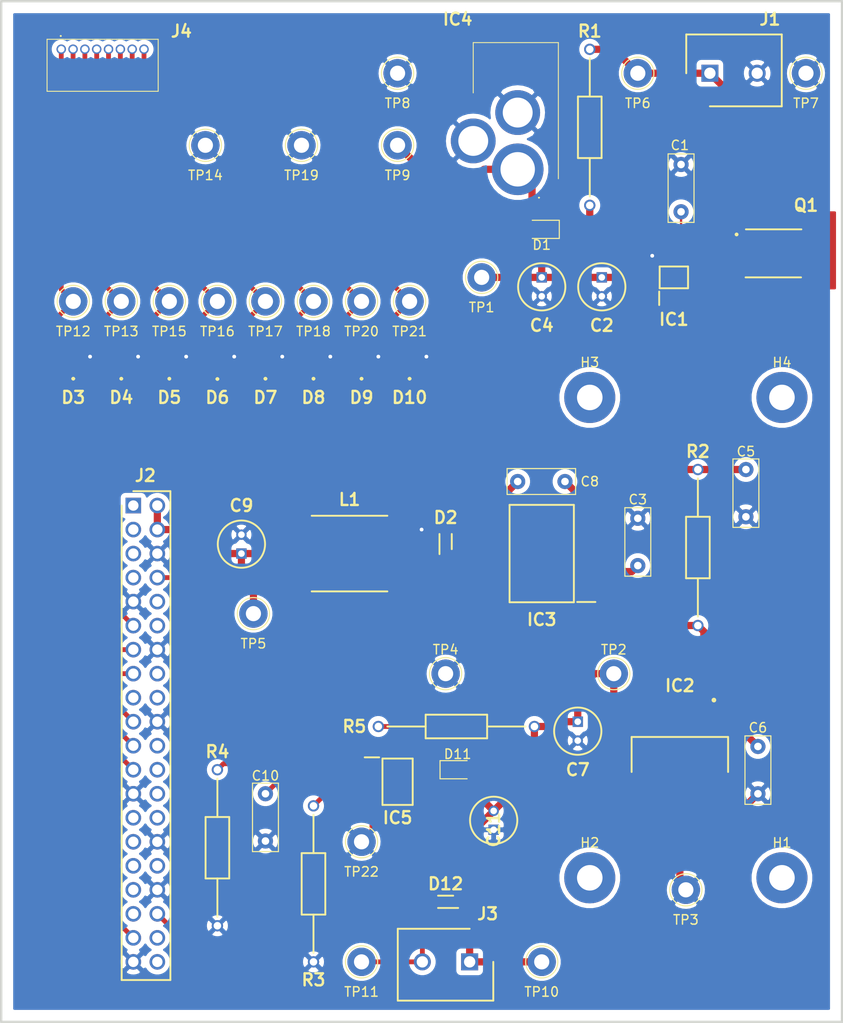
<source format=kicad_pcb>
(kicad_pcb (version 20171130) (host pcbnew "(5.1.10)-1")
  (layers (0 F.Cu signal) (31 B.Cu signal) (34 B.Paste user hide) (35 F.Paste user hide) (36 B.SilkS user hide) (37 F.SilkS user) (38 B.Mask user) (39 F.Mask user) (44 Edge.Cuts user))
  (net 0 "")
  (net 1 "Net-(C1-Pad2)")
  (net 2 GND)
  (net 3 "Net-(C2-Pad1)")
  (net 4 "Net-(C3-Pad1)")
  (net 5 "Net-(C5-Pad1)")
  (net 6 /Connectors/VS)
  (net 7 "Net-(C8-Pad2)")
  (net 8 /Connectors/5V_Reg)
  (net 9 "Net-(C10-Pad1)")
  (net 10 /Connectors/VCC)
  (net 11 "Net-(D2-Pad1)")
  (net 12 "Net-(D3-Pad1)")
  (net 13 "Net-(D4-Pad1)")
  (net 14 "Net-(D5-Pad1)")
  (net 15 "Net-(D6-Pad1)")
  (net 16 "Net-(D7-Pad1)")
  (net 17 "Net-(D8-Pad1)")
  (net 18 "Net-(D9-Pad1)")
  (net 19 "Net-(D10-Pad1)")
  (net 20 "Net-(D11-Pad2)")
  (net 21 "Net-(D11-Pad1)")
  (net 22 /Connectors/Control)
  (net 23 /Connectors/Rechargeable_Batteries)
  (net 24 "Net-(IC1-Pad2)")
  (net 25 "Net-(IC3-Pad6)")
  (net 26 "Net-(IC3-Pad5)")
  (net 27 "Net-(IC3-Pad4)")
  (net 28 /Connectors/Solenoid_Driver_Input)
  (net 29 "Net-(IC5-Pad3)")
  (net 30 "Net-(IC5-Pad1)")
  (net 31 "Net-(J2-Pad40)")
  (net 32 "Net-(J2-Pad38)")
  (net 33 "Net-(J2-Pad35)")
  (net 34 "Net-(J2-Pad33)")
  (net 35 "Net-(J2-Pad32)")
  (net 36 "Net-(J2-Pad31)")
  (net 37 "Net-(J2-Pad29)")
  (net 38 "Net-(J2-Pad28)")
  (net 39 "Net-(J2-Pad27)")
  (net 40 "Net-(J2-Pad26)")
  (net 41 "Net-(J2-Pad24)")
  (net 42 "Net-(J2-Pad22)")
  (net 43 "Net-(J2-Pad18)")
  (net 44 "Net-(J2-Pad17)")
  (net 45 "Net-(J2-Pad16)")
  (net 46 "Net-(J2-Pad12)")
  (net 47 "Net-(J2-Pad10)")
  (net 48 "Net-(J2-Pad7)")
  (net 49 "Net-(J2-Pad5)")
  (net 50 "Net-(J2-Pad3)")
  (net 51 "Net-(J2-Pad1)")
  (module MountingHole:MountingHole_2.7mm_M2.5_Pad (layer F.Cu) (at 177.8 85.09)
    (fp_text reference H4 (at 0 -3.7) (layer F.SilkS))
    (fp_text value MountingHole)
    (pad 1 thru_hole circle (at 0 0) (size 5.4 5.4) (drill 2.7) (layers *.Cu *.Mask))
  )
  (module MountingHole:MountingHole_2.7mm_M2.5_Pad (layer F.Cu) (at 157.48 85.09)
    (fp_text reference H3 (at 0 -3.7) (layer F.SilkS))
    (fp_text value MountingHole)
    (pad 1 thru_hole circle (at 0 0) (size 5.4 5.4) (drill 2.7) (layers *.Cu *.Mask))
  )
  (module MountingHole:MountingHole_2.7mm_M2.5_Pad (layer F.Cu) (at 157.48 135.89)
    (fp_text reference H2 (at 0 -3.7) (layer F.SilkS))
    (fp_text value MountingHole)
    (pad 1 thru_hole circle (at 0 0) (size 5.4 5.4) (drill 2.7) (layers *.Cu *.Mask))
  )
  (module MountingHole:MountingHole_2.7mm_M2.5_Pad (layer F.Cu) (at 177.8 135.89)
    (fp_text reference H1 (at 0 -3.7) (layer F.SilkS))
    (fp_text value MountingHole)
    (pad 1 thru_hole circle (at 0 0) (size 5.4 5.4) (drill 2.7) (layers *.Cu *.Mask))
  )
  (module Capstone:TO254P1542X460-3N (layer F.Cu) (at 167.005 125.095 270)
    (fp_text reference IC2 (at -9.525 0 180) (layer F.SilkS) (effects (font (size 1.27 1.27) (thickness 0.254))))
    (fp_text value L4940D2T12-TR hide)
    (pad 4 smd rect (at 4.1 0 270) (size 8.3 10.5) (layers F.Cu F.Paste F.Mask) (net 2 GND))
    (pad 3 smd rect (at -6.4 2.54) (size 1.05 3.75) (layers F.Cu F.Paste F.Mask) (net 6 /Connectors/VS))
    (pad 1 smd rect (at -6.4 -2.54) (size 1.05 3.75) (layers F.Cu F.Paste F.Mask) (net 3 "Net-(C2-Pad1)"))
  )
  (module Capstone:BSC026NE2LS5ATMA1 (layer F.Cu) (at 173.99 69.85 270)
    (fp_text reference Q1 (at -5.08 -6.35 180) (layer F.SilkS) (effects (font (size 1.27 1.27) (thickness 0.254))))
    (fp_text value BSC026NE2LS5ATMA1 hide)
    (pad 9 smd rect (at 0 -3.55) (size 3.75 4.41) (layers F.Cu F.Paste F.Mask) (net 3 "Net-(C2-Pad1)"))
    (pad 8 smd rect (at -1.905 -5.825 270) (size 0.6 0.8) (layers F.Cu F.Paste F.Mask) (net 3 "Net-(C2-Pad1)"))
    (pad 7 smd rect (at -0.635 -5.825 270) (size 0.6 0.8) (layers F.Cu F.Paste F.Mask) (net 3 "Net-(C2-Pad1)"))
    (pad 6 smd rect (at 0.635 -5.825 270) (size 0.6 0.8) (layers F.Cu F.Paste F.Mask) (net 3 "Net-(C2-Pad1)"))
    (pad 5 smd rect (at 1.905 -5.825 270) (size 0.6 0.8) (layers F.Cu F.Paste F.Mask) (net 3 "Net-(C2-Pad1)"))
    (pad 4 smd rect (at 1.905 0 270) (size 0.5 0.85) (layers F.Cu F.Paste F.Mask) (net 24 "Net-(IC1-Pad2)"))
    (pad 3 smd rect (at 0.635 0 270) (size 0.5 0.85) (layers F.Cu F.Paste F.Mask) (net 23 /Connectors/Rechargeable_Batteries))
    (pad 2 smd rect (at -0.635 0 270) (size 0.5 0.85) (layers F.Cu F.Paste F.Mask) (net 23 /Connectors/Rechargeable_Batteries))
    (pad 1 smd rect (at -1.905 0 270) (size 0.5 0.85) (layers F.Cu F.Paste F.Mask) (net 23 /Connectors/Rechargeable_Batteries))
  )
  (module Capstone:RESAD1650W60L650D250 (layer F.Cu) (at 135.128 119.888)
    (fp_text reference R5 (at -2.54 0) (layer F.SilkS) (effects (font (size 1.27 1.27) (thickness 0.254))))
    (fp_text value 5.6k hide)
    (pad 2 thru_hole circle (at 16.5 0) (size 1.2 1.2) (drill 0.8) (layers *.Cu *.Mask) (net 6 /Connectors/VS))
    (pad 1 thru_hole circle (at 0 0) (size 1.2 1.2) (drill 0.8) (layers *.Cu *.Mask) (net 20 "Net-(D11-Pad2)"))
  )
  (module Capstone:RESAD1650W60L650D250 (layer F.Cu) (at 118.11 124.46 270)
    (fp_text reference R4 (at -1.905 0 180) (layer F.SilkS) (effects (font (size 1.27 1.27) (thickness 0.254))))
    (fp_text value 137k hide)
    (pad 2 thru_hole circle (at 16.5 0 270) (size 1.2 1.2) (drill 0.8) (layers *.Cu *.Mask) (net 2 GND))
    (pad 1 thru_hole circle (at 0 0 270) (size 1.2 1.2) (drill 0.8) (layers *.Cu *.Mask) (net 30 "Net-(IC5-Pad1)"))
  )
  (module Capstone:RESAD1650W60L650D250 (layer F.Cu) (at 168.91 92.71 270)
    (fp_text reference R2 (at -1.905 0 180) (layer F.SilkS) (effects (font (size 1.27 1.27) (thickness 0.254))))
    (fp_text value 510k hide)
    (pad 2 thru_hole circle (at 16.5 0 270) (size 1.2 1.2) (drill 0.8) (layers *.Cu *.Mask) (net 3 "Net-(C2-Pad1)"))
    (pad 1 thru_hole circle (at 0 0 270) (size 1.2 1.2) (drill 0.8) (layers *.Cu *.Mask) (net 5 "Net-(C5-Pad1)"))
  )
  (module Capstone:RESAD1650W60L650D250 (layer F.Cu) (at 157.48 64.77 90)
    (fp_text reference R1 (at 18.415 0 180) (layer F.SilkS) (effects (font (size 1.27 1.27) (thickness 0.254))))
    (fp_text value 111 hide)
    (pad 2 thru_hole circle (at 16.5 0 90) (size 1.2 1.2) (drill 0.8) (layers *.Cu *.Mask) (net 23 /Connectors/Rechargeable_Batteries))
    (pad 1 thru_hole circle (at 0 0 90) (size 1.2 1.2) (drill 0.8) (layers *.Cu *.Mask) (net 3 "Net-(C2-Pad1)"))
  )
  (module TestPoint:TestPoint_Loop_D2.60mm_Drill1.6mm_Beaded (layer F.Cu) (at 133.35 132.08)
    (fp_text reference TP22 (at 0 3.175) (layer F.SilkS))
    (fp_text value "GND Driver")
    (pad 1 thru_hole circle (at 0 0) (size 3 3) (drill 1.6) (layers *.Cu *.Mask) (net 2 GND))
  )
  (module TestPoint:TestPoint_Loop_D2.60mm_Drill1.6mm_Beaded (layer F.Cu) (at 138.43 74.93)
    (fp_text reference TP21 (at 0 3.175) (layer F.SilkS))
    (fp_text value "Keypad 8")
    (pad 1 thru_hole circle (at 0 0) (size 3 3) (drill 1.6) (layers *.Cu *.Mask) (net 19 "Net-(D10-Pad1)"))
  )
  (module TestPoint:TestPoint_Loop_D2.60mm_Drill1.6mm_Beaded (layer F.Cu) (at 133.35 74.93)
    (fp_text reference TP20 (at 0 3.175) (layer F.SilkS))
    (fp_text value "Keypad 7")
    (pad 1 thru_hole circle (at 0 0) (size 3 3) (drill 1.6) (layers *.Cu *.Mask) (net 18 "Net-(D9-Pad1)"))
  )
  (module TestPoint:TestPoint_Loop_D2.60mm_Drill1.6mm_Beaded (layer F.Cu) (at 127 58.42)
    (fp_text reference TP19 (at 0 3.175) (layer F.SilkS))
    (fp_text value "GND Keypad")
    (pad 1 thru_hole circle (at 0 0) (size 3 3) (drill 1.6) (layers *.Cu *.Mask) (net 2 GND))
  )
  (module TestPoint:TestPoint_Loop_D2.60mm_Drill1.6mm_Beaded (layer F.Cu) (at 128.27 74.93)
    (fp_text reference TP18 (at 0 3.175) (layer F.SilkS))
    (fp_text value "Keypad 6")
    (pad 1 thru_hole circle (at 0 0) (size 3 3) (drill 1.6) (layers *.Cu *.Mask) (net 17 "Net-(D8-Pad1)"))
  )
  (module TestPoint:TestPoint_Loop_D2.60mm_Drill1.6mm_Beaded (layer F.Cu) (at 123.19 74.93)
    (fp_text reference TP17 (at 0 3.175) (layer F.SilkS))
    (fp_text value "Keypad 5")
    (pad 1 thru_hole circle (at 0 0) (size 3 3) (drill 1.6) (layers *.Cu *.Mask) (net 16 "Net-(D7-Pad1)"))
  )
  (module TestPoint:TestPoint_Loop_D2.60mm_Drill1.6mm_Beaded (layer F.Cu) (at 118.11 74.93)
    (fp_text reference TP16 (at 0 3.175) (layer F.SilkS))
    (fp_text value "Keypad 4")
    (pad 1 thru_hole circle (at 0 0) (size 3 3) (drill 1.6) (layers *.Cu *.Mask) (net 15 "Net-(D6-Pad1)"))
  )
  (module TestPoint:TestPoint_Loop_D2.60mm_Drill1.6mm_Beaded (layer F.Cu) (at 113.03 74.93)
    (fp_text reference TP15 (at 0 3.175) (layer F.SilkS))
    (fp_text value "Keypad 3")
    (pad 1 thru_hole circle (at 0 0) (size 3 3) (drill 1.6) (layers *.Cu *.Mask) (net 14 "Net-(D5-Pad1)"))
  )
  (module TestPoint:TestPoint_Loop_D2.60mm_Drill1.6mm_Beaded (layer F.Cu) (at 116.84 58.42)
    (fp_text reference TP14 (at 0 3.175) (layer F.SilkS))
    (fp_text value "GND Keypad")
    (pad 1 thru_hole circle (at 0 0) (size 3 3) (drill 1.6) (layers *.Cu *.Mask) (net 2 GND))
  )
  (module TestPoint:TestPoint_Loop_D2.60mm_Drill1.6mm_Beaded (layer F.Cu) (at 107.95 74.93)
    (fp_text reference TP13 (at 0 3.175) (layer F.SilkS))
    (fp_text value "Keypad 2")
    (pad 1 thru_hole circle (at 0 0) (size 3 3) (drill 1.6) (layers *.Cu *.Mask) (net 13 "Net-(D4-Pad1)"))
  )
  (module TestPoint:TestPoint_Loop_D2.60mm_Drill1.6mm_Beaded (layer F.Cu) (at 102.87 74.93)
    (fp_text reference TP12 (at 0 3.175) (layer F.SilkS))
    (fp_text value "Keypad 1")
    (pad 1 thru_hole circle (at 0 0) (size 3 3) (drill 1.6) (layers *.Cu *.Mask) (net 12 "Net-(D3-Pad1)"))
  )
  (module TestPoint:TestPoint_Loop_D2.60mm_Drill1.6mm_Beaded (layer F.Cu) (at 133.35 144.78)
    (fp_text reference TP11 (at 0 3.175) (layer F.SilkS))
    (fp_text value "TestPoint - Electric Strike Control")
    (pad 1 thru_hole circle (at 0 0) (size 3 3) (drill 1.6) (layers *.Cu *.Mask) (net 22 /Connectors/Control))
  )
  (module TestPoint:TestPoint_Loop_D2.60mm_Drill1.6mm_Beaded (layer F.Cu) (at 152.4 144.78)
    (fp_text reference TP10 (at 0 3.175) (layer F.SilkS))
    (fp_text value "TestPoint - Electric Strike VS")
    (pad 1 thru_hole circle (at 0 0) (size 3 3) (drill 1.6) (layers *.Cu *.Mask) (net 6 /Connectors/VS))
  )
  (module TestPoint:TestPoint_Loop_D2.60mm_Drill1.6mm_Beaded (layer F.Cu) (at 137.16 58.42)
    (fp_text reference TP9 (at 0 3.175) (layer F.SilkS))
    (fp_text value "TestPoint - Power Supply")
    (pad 1 thru_hole circle (at 0 0) (size 3 3) (drill 1.6) (layers *.Cu *.Mask) (net 10 /Connectors/VCC))
  )
  (module TestPoint:TestPoint_Loop_D2.60mm_Drill1.6mm_Beaded (layer F.Cu) (at 137.16 50.8)
    (fp_text reference TP8 (at 0 3.175) (layer F.SilkS))
    (fp_text value "TestPoint - GND VCC")
    (pad 1 thru_hole circle (at 0 0) (size 3 3) (drill 1.6) (layers *.Cu *.Mask) (net 2 GND))
  )
  (module TestPoint:TestPoint_Loop_D2.60mm_Drill1.6mm_Beaded (layer F.Cu) (at 180.34 50.8)
    (fp_text reference TP7 (at 0 3.175) (layer F.SilkS))
    (fp_text value "TestPoint - GND Rechargeable Batteries")
    (pad 1 thru_hole circle (at 0 0) (size 3 3) (drill 1.6) (layers *.Cu *.Mask) (net 2 GND))
  )
  (module TestPoint:TestPoint_Loop_D2.60mm_Drill1.6mm_Beaded (layer F.Cu) (at 162.56 50.8)
    (fp_text reference TP6 (at 0 3.175) (layer F.SilkS))
    (fp_text value "TestPoint - Rechargeable Batteries")
    (pad 1 thru_hole circle (at 0 0) (size 3 3) (drill 1.6) (layers *.Cu *.Mask) (net 23 /Connectors/Rechargeable_Batteries))
  )
  (module TestPoint:TestPoint_Loop_D2.60mm_Drill1.6mm_Beaded (layer F.Cu) (at 121.92 107.95)
    (fp_text reference TP5 (at 0 3.175) (layer F.SilkS))
    (fp_text value "TestPoint - 5V Reg")
    (pad 1 thru_hole circle (at 0 0) (size 3 3) (drill 1.6) (layers *.Cu *.Mask) (net 8 /Connectors/5V_Reg))
  )
  (module TestPoint:TestPoint_Loop_D2.60mm_Drill1.6mm_Beaded (layer F.Cu) (at 142.24 114.3)
    (fp_text reference TP4 (at 0 -2.54) (layer F.SilkS))
    (fp_text value "GND 5V Reg")
    (pad 1 thru_hole circle (at 0 0) (size 3 3) (drill 1.6) (layers *.Cu *.Mask) (net 2 GND))
  )
  (module TestPoint:TestPoint_Loop_D2.60mm_Drill1.6mm_Beaded (layer F.Cu) (at 167.64 137.16)
    (fp_text reference TP3 (at 0 3.175) (layer F.SilkS))
    (fp_text value "GND 12V Reg")
    (pad 1 thru_hole circle (at 0 0) (size 3 3) (drill 1.6) (layers *.Cu *.Mask) (net 2 GND))
  )
  (module TestPoint:TestPoint_Loop_D2.60mm_Drill1.6mm_Beaded (layer F.Cu) (at 160.02 114.3)
    (fp_text reference TP2 (at 0 -2.54) (layer F.SilkS))
    (fp_text value "TestPoint - 12V Reg")
    (pad 1 thru_hole circle (at 0 0) (size 3 3) (drill 1.6) (layers *.Cu *.Mask) (net 6 /Connectors/VS))
  )
  (module TestPoint:TestPoint_Loop_D2.60mm_Drill1.6mm_Beaded (layer F.Cu) (at 146.05 72.39)
    (fp_text reference TP1 (at 0 3.175) (layer F.SilkS))
    (fp_text value "TestPoint - Power Circuit Out")
    (pad 1 thru_hole circle (at 0 0) (size 3 3) (drill 1.6) (layers *.Cu *.Mask) (net 3 "Net-(C2-Pad1)"))
  )
  (module Capstone:RESAD1650W60L650D250 (layer F.Cu) (at 128.27 144.78 90)
    (fp_text reference R3 (at -1.905 0 180) (layer F.SilkS) (effects (font (size 1.27 1.27) (thickness 0.254))))
    (fp_text value MRS25000C2053FCT00 hide)
    (pad 2 thru_hole circle (at 16.5 0 90) (size 1.2 1.2) (drill 0.8) (layers *.Cu *.Mask) (net 29 "Net-(IC5-Pad3)"))
    (pad 1 thru_hole circle (at 0 0 90) (size 1.2 1.2) (drill 0.8) (layers *.Cu *.Mask) (net 2 GND))
  )
  (module Capstone:INDPM8080X450N (layer F.Cu) (at 132.08 101.6 180)
    (fp_text reference L1 (at 0 5.715) (layer F.SilkS) (effects (font (size 1.27 1.27) (thickness 0.254))))
    (fp_text value SRN8040TA-101M hide)
    (pad 2 smd rect (at 2.9 0 180) (size 3.45 6.5) (layers F.Cu F.Paste F.Mask) (net 8 /Connectors/5V_Reg))
    (pad 1 smd rect (at -2.9 0 180) (size 3.45 6.5) (layers F.Cu F.Paste F.Mask) (net 11 "Net-(D2-Pad1)"))
  )
  (module Capstone:530480810 (layer F.Cu) (at 101.6 48.26 180)
    (fp_text reference J4 (at -12.7 1.905) (layer F.SilkS) (effects (font (size 1.27 1.27) (thickness 0.254))))
    (fp_text value 53048-0810 hide)
    (pad 8 thru_hole circle (at -8.75 0 180) (size 1 1) (drill 0.69) (layers *.Cu *.Mask) (net 19 "Net-(D10-Pad1)"))
    (pad 7 thru_hole circle (at -7.5 0 180) (size 1 1) (drill 0.69) (layers *.Cu *.Mask) (net 18 "Net-(D9-Pad1)"))
    (pad 6 thru_hole circle (at -6.25 0 180) (size 1 1) (drill 0.69) (layers *.Cu *.Mask) (net 17 "Net-(D8-Pad1)"))
    (pad 5 thru_hole circle (at -5 0 180) (size 1 1) (drill 0.69) (layers *.Cu *.Mask) (net 16 "Net-(D7-Pad1)"))
    (pad 4 thru_hole circle (at -3.75 0 180) (size 1 1) (drill 0.69) (layers *.Cu *.Mask) (net 15 "Net-(D6-Pad1)"))
    (pad 3 thru_hole circle (at -2.5 0 180) (size 1 1) (drill 0.69) (layers *.Cu *.Mask) (net 14 "Net-(D5-Pad1)"))
    (pad 2 thru_hole circle (at -1.25 0 180) (size 1 1) (drill 0.69) (layers *.Cu *.Mask) (net 13 "Net-(D4-Pad1)"))
    (pad 1 thru_hole circle (at 0 0 180) (size 1 1) (drill 0.69) (layers *.Cu *.Mask) (net 12 "Net-(D3-Pad1)"))
  )
  (module Capstone:SHDR2W70P0X500_1X2_1000X750X1160P (layer F.Cu) (at 144.78 144.78 180)
    (fp_text reference J3 (at -1.905 5.08) (layer F.SilkS) (effects (font (size 1.27 1.27) (thickness 0.254))))
    (fp_text value 691137710002 hide)
    (pad 2 thru_hole circle (at 5 0 180) (size 1.8 1.8) (drill 1.2) (layers *.Cu *.Mask) (net 22 /Connectors/Control))
    (pad 1 thru_hole rect (at 0 0 180) (size 1.8 1.8) (drill 1.2) (layers *.Cu *.Mask) (net 6 /Connectors/VS))
  )
  (module Capstone:RHDR40W64P254_2X20_5130X500X1625P (layer F.Cu) (at 109.22 96.52 270)
    (fp_text reference J2 (at -3.175 -1.27 180) (layer F.SilkS) (effects (font (size 1.27 1.27) (thickness 0.254))))
    (fp_text value PRT-16763 hide)
    (pad 40 thru_hole circle (at 48.26 -2.54 270) (size 1.65 1.65) (drill 1.1) (layers *.Cu *.Mask) (net 31 "Net-(J2-Pad40)"))
    (pad 39 thru_hole circle (at 48.26 0 270) (size 1.65 1.65) (drill 1.1) (layers *.Cu *.Mask) (net 2 GND))
    (pad 38 thru_hole circle (at 45.72 -2.54 270) (size 1.65 1.65) (drill 1.1) (layers *.Cu *.Mask) (net 32 "Net-(J2-Pad38)"))
    (pad 37 thru_hole circle (at 45.72 0 270) (size 1.65 1.65) (drill 1.1) (layers *.Cu *.Mask) (net 13 "Net-(D4-Pad1)"))
    (pad 36 thru_hole circle (at 43.18 -2.54 270) (size 1.65 1.65) (drill 1.1) (layers *.Cu *.Mask) (net 12 "Net-(D3-Pad1)"))
    (pad 35 thru_hole circle (at 43.18 0 270) (size 1.65 1.65) (drill 1.1) (layers *.Cu *.Mask) (net 33 "Net-(J2-Pad35)"))
    (pad 34 thru_hole circle (at 40.64 -2.54 270) (size 1.65 1.65) (drill 1.1) (layers *.Cu *.Mask) (net 2 GND))
    (pad 33 thru_hole circle (at 40.64 0 270) (size 1.65 1.65) (drill 1.1) (layers *.Cu *.Mask) (net 34 "Net-(J2-Pad33)"))
    (pad 32 thru_hole circle (at 38.1 -2.54 270) (size 1.65 1.65) (drill 1.1) (layers *.Cu *.Mask) (net 35 "Net-(J2-Pad32)"))
    (pad 31 thru_hole circle (at 38.1 0 270) (size 1.65 1.65) (drill 1.1) (layers *.Cu *.Mask) (net 36 "Net-(J2-Pad31)"))
    (pad 30 thru_hole circle (at 35.56 -2.54 270) (size 1.65 1.65) (drill 1.1) (layers *.Cu *.Mask) (net 2 GND))
    (pad 29 thru_hole circle (at 35.56 0 270) (size 1.65 1.65) (drill 1.1) (layers *.Cu *.Mask) (net 37 "Net-(J2-Pad29)"))
    (pad 28 thru_hole circle (at 33.02 -2.54 270) (size 1.65 1.65) (drill 1.1) (layers *.Cu *.Mask) (net 38 "Net-(J2-Pad28)"))
    (pad 27 thru_hole circle (at 33.02 0 270) (size 1.65 1.65) (drill 1.1) (layers *.Cu *.Mask) (net 39 "Net-(J2-Pad27)"))
    (pad 26 thru_hole circle (at 30.48 -2.54 270) (size 1.65 1.65) (drill 1.1) (layers *.Cu *.Mask) (net 40 "Net-(J2-Pad26)"))
    (pad 25 thru_hole circle (at 30.48 0 270) (size 1.65 1.65) (drill 1.1) (layers *.Cu *.Mask) (net 2 GND))
    (pad 24 thru_hole circle (at 27.94 -2.54 270) (size 1.65 1.65) (drill 1.1) (layers *.Cu *.Mask) (net 41 "Net-(J2-Pad24)"))
    (pad 23 thru_hole circle (at 27.94 0 270) (size 1.65 1.65) (drill 1.1) (layers *.Cu *.Mask) (net 14 "Net-(D5-Pad1)"))
    (pad 22 thru_hole circle (at 25.4 -2.54 270) (size 1.65 1.65) (drill 1.1) (layers *.Cu *.Mask) (net 42 "Net-(J2-Pad22)"))
    (pad 21 thru_hole circle (at 25.4 0 270) (size 1.65 1.65) (drill 1.1) (layers *.Cu *.Mask) (net 15 "Net-(D6-Pad1)"))
    (pad 20 thru_hole circle (at 22.86 -2.54 270) (size 1.65 1.65) (drill 1.1) (layers *.Cu *.Mask) (net 2 GND))
    (pad 19 thru_hole circle (at 22.86 0 270) (size 1.65 1.65) (drill 1.1) (layers *.Cu *.Mask) (net 16 "Net-(D7-Pad1)"))
    (pad 18 thru_hole circle (at 20.32 -2.54 270) (size 1.65 1.65) (drill 1.1) (layers *.Cu *.Mask) (net 43 "Net-(J2-Pad18)"))
    (pad 17 thru_hole circle (at 20.32 0 270) (size 1.65 1.65) (drill 1.1) (layers *.Cu *.Mask) (net 44 "Net-(J2-Pad17)"))
    (pad 16 thru_hole circle (at 17.78 -2.54 270) (size 1.65 1.65) (drill 1.1) (layers *.Cu *.Mask) (net 45 "Net-(J2-Pad16)"))
    (pad 15 thru_hole circle (at 17.78 0 270) (size 1.65 1.65) (drill 1.1) (layers *.Cu *.Mask) (net 17 "Net-(D8-Pad1)"))
    (pad 14 thru_hole circle (at 15.24 -2.54 270) (size 1.65 1.65) (drill 1.1) (layers *.Cu *.Mask) (net 2 GND))
    (pad 13 thru_hole circle (at 15.24 0 270) (size 1.65 1.65) (drill 1.1) (layers *.Cu *.Mask) (net 18 "Net-(D9-Pad1)"))
    (pad 12 thru_hole circle (at 12.7 -2.54 270) (size 1.65 1.65) (drill 1.1) (layers *.Cu *.Mask) (net 46 "Net-(J2-Pad12)"))
    (pad 11 thru_hole circle (at 12.7 0 270) (size 1.65 1.65) (drill 1.1) (layers *.Cu *.Mask) (net 19 "Net-(D10-Pad1)"))
    (pad 10 thru_hole circle (at 10.16 -2.54 270) (size 1.65 1.65) (drill 1.1) (layers *.Cu *.Mask) (net 47 "Net-(J2-Pad10)"))
    (pad 9 thru_hole circle (at 10.16 0 270) (size 1.65 1.65) (drill 1.1) (layers *.Cu *.Mask) (net 2 GND))
    (pad 8 thru_hole circle (at 7.62 -2.54 270) (size 1.65 1.65) (drill 1.1) (layers *.Cu *.Mask) (net 28 /Connectors/Solenoid_Driver_Input))
    (pad 7 thru_hole circle (at 7.62 0 270) (size 1.65 1.65) (drill 1.1) (layers *.Cu *.Mask) (net 48 "Net-(J2-Pad7)"))
    (pad 6 thru_hole circle (at 5.08 -2.54 270) (size 1.65 1.65) (drill 1.1) (layers *.Cu *.Mask) (net 2 GND))
    (pad 5 thru_hole circle (at 5.08 0 270) (size 1.65 1.65) (drill 1.1) (layers *.Cu *.Mask) (net 49 "Net-(J2-Pad5)"))
    (pad 4 thru_hole circle (at 2.54 -2.54 270) (size 1.65 1.65) (drill 1.1) (layers *.Cu *.Mask) (net 8 /Connectors/5V_Reg))
    (pad 3 thru_hole circle (at 2.54 0 270) (size 1.65 1.65) (drill 1.1) (layers *.Cu *.Mask) (net 50 "Net-(J2-Pad3)"))
    (pad 2 thru_hole circle (at 0 -2.54 270) (size 1.65 1.65) (drill 1.1) (layers *.Cu *.Mask) (net 8 /Connectors/5V_Reg))
    (pad 1 thru_hole rect (at 0 0 270) (size 1.65 1.65) (drill 1.1) (layers *.Cu *.Mask) (net 51 "Net-(J2-Pad1)"))
  )
  (module Capstone:SHDR2W70P0X500_1X2_1000X750X1160P (layer F.Cu) (at 170.18 50.8)
    (fp_text reference J1 (at 6.35 -5.715) (layer F.SilkS) (effects (font (size 1.27 1.27) (thickness 0.254))))
    (fp_text value 691137710002 hide)
    (pad 2 thru_hole circle (at 5 0) (size 1.8 1.8) (drill 1.2) (layers *.Cu *.Mask) (net 2 GND))
    (pad 1 thru_hole rect (at 0 0) (size 1.8 1.8) (drill 1.2) (layers *.Cu *.Mask) (net 23 /Connectors/Rechargeable_Batteries))
  )
  (module Capstone:SOIC127P600X175-8N (layer F.Cu) (at 137.16 125.73)
    (fp_text reference IC5 (at 0 3.81) (layer F.SilkS) (effects (font (size 1.27 1.27) (thickness 0.254))))
    (fp_text value DRV103U_2K5 hide)
    (pad 8 smd rect (at 2.711 -1.905 90) (size 0.65 1.528) (layers F.Cu F.Paste F.Mask) (net 28 /Connectors/Solenoid_Driver_Input))
    (pad 7 smd rect (at 2.711 -0.635 90) (size 0.65 1.528) (layers F.Cu F.Paste F.Mask) (net 21 "Net-(D11-Pad1)"))
    (pad 6 smd rect (at 2.711 0.635 90) (size 0.65 1.528) (layers F.Cu F.Paste F.Mask) (net 6 /Connectors/VS))
    (pad 5 smd rect (at 2.711 1.905 90) (size 0.65 1.528) (layers F.Cu F.Paste F.Mask) (net 22 /Connectors/Control))
    (pad 4 smd rect (at -2.711 1.905 90) (size 0.65 1.528) (layers F.Cu F.Paste F.Mask) (net 2 GND))
    (pad 3 smd rect (at -2.711 0.635 90) (size 0.65 1.528) (layers F.Cu F.Paste F.Mask) (net 29 "Net-(IC5-Pad3)"))
    (pad 2 smd rect (at -2.711 -0.635 90) (size 0.65 1.528) (layers F.Cu F.Paste F.Mask) (net 9 "Net-(C10-Pad1)"))
    (pad 1 smd rect (at -2.711 -1.905 90) (size 0.65 1.528) (layers F.Cu F.Paste F.Mask) (net 30 "Net-(IC5-Pad1)"))
  )
  (module Capstone:PJ002A (layer F.Cu) (at 149.86 60.96 270)
    (fp_text reference IC4 (at -15.875 6.35 180) (layer F.SilkS) (effects (font (size 1.27 1.27) (thickness 0.254))))
    (fp_text value PJ-002A hide)
    (pad 3 thru_hole circle (at -3 4.7 270) (size 4.74 4.74) (drill 3.16) (layers *.Cu *.Mask) (net 2 GND))
    (pad 2 thru_hole circle (at -6 0 270) (size 4.74 4.74) (drill 3.16) (layers *.Cu *.Mask) (net 2 GND))
    (pad 1 thru_hole circle (at 0 0 270) (size 5.46 5.46) (drill 3.64) (layers *.Cu *.Mask) (net 10 /Connectors/VCC))
  )
  (module Capstone:SOIC127P1032X265-16N (layer F.Cu) (at 152.4 101.6 180)
    (fp_text reference IC3 (at 0 -6.985) (layer F.SilkS) (effects (font (size 1.27 1.27) (thickness 0.254))))
    (fp_text value MAX738ACWE+ hide)
    (pad 16 smd rect (at 4.712 -4.445 270) (size 0.65 1.925) (layers F.Cu F.Paste F.Mask) (net 3 "Net-(C2-Pad1)"))
    (pad 15 smd rect (at 4.712 -3.175 270) (size 0.65 1.925) (layers F.Cu F.Paste F.Mask) (net 3 "Net-(C2-Pad1)"))
    (pad 14 smd rect (at 4.712 -1.905 270) (size 0.65 1.925) (layers F.Cu F.Paste F.Mask) (net 11 "Net-(D2-Pad1)"))
    (pad 13 smd rect (at 4.712 -0.635 270) (size 0.65 1.925) (layers F.Cu F.Paste F.Mask) (net 11 "Net-(D2-Pad1)"))
    (pad 12 smd rect (at 4.712 0.635 270) (size 0.65 1.925) (layers F.Cu F.Paste F.Mask) (net 11 "Net-(D2-Pad1)"))
    (pad 11 smd rect (at 4.712 1.905 270) (size 0.65 1.925) (layers F.Cu F.Paste F.Mask) (net 2 GND))
    (pad 10 smd rect (at 4.712 3.175 270) (size 0.65 1.925) (layers F.Cu F.Paste F.Mask) (net 2 GND))
    (pad 9 smd rect (at 4.712 4.445 270) (size 0.65 1.925) (layers F.Cu F.Paste F.Mask) (net 8 /Connectors/5V_Reg))
    (pad 8 smd rect (at -4.712 4.445 270) (size 0.65 1.925) (layers F.Cu F.Paste F.Mask) (net 7 "Net-(C8-Pad2)"))
    (pad 7 smd rect (at -4.712 3.175 270) (size 0.65 1.925) (layers F.Cu F.Paste F.Mask) (net 5 "Net-(C5-Pad1)"))
    (pad 6 smd rect (at -4.712 1.905 270) (size 0.65 1.925) (layers F.Cu F.Paste F.Mask) (net 25 "Net-(IC3-Pad6)"))
    (pad 5 smd rect (at -4.712 0.635 270) (size 0.65 1.925) (layers F.Cu F.Paste F.Mask) (net 26 "Net-(IC3-Pad5)"))
    (pad 4 smd rect (at -4.712 -0.635 270) (size 0.65 1.925) (layers F.Cu F.Paste F.Mask) (net 27 "Net-(IC3-Pad4)"))
    (pad 3 smd rect (at -4.712 -1.905 270) (size 0.65 1.925) (layers F.Cu F.Paste F.Mask) (net 4 "Net-(C3-Pad1)"))
    (pad 2 smd rect (at -4.712 -3.175 270) (size 0.65 1.925) (layers F.Cu F.Paste F.Mask) (net 3 "Net-(C2-Pad1)"))
    (pad 1 smd rect (at -4.712 -4.445 270) (size 0.65 1.925) (layers F.Cu F.Paste F.Mask) (net 3 "Net-(C2-Pad1)"))
  )
  (module Capstone:SOP65P490X110-8N (layer F.Cu) (at 166.37 72.39 90)
    (fp_text reference IC1 (at -4.445 0) (layer F.SilkS) (effects (font (size 1.27 1.27) (thickness 0.254))))
    (fp_text value LTC4372IMS8#TRPBF hide)
    (pad 8 smd rect (at 2.212 -0.975 180) (size 0.45 1.425) (layers F.Cu F.Paste F.Mask) (net 2 GND))
    (pad 7 smd rect (at 2.212 -0.325 180) (size 0.45 1.425) (layers F.Cu F.Paste F.Mask) (net 1 "Net-(C1-Pad2)"))
    (pad 6 smd rect (at 2.212 0.325 180) (size 0.45 1.425) (layers F.Cu F.Paste F.Mask) (net 2 GND))
    (pad 5 smd rect (at 2.212 0.975 180) (size 0.45 1.425) (layers F.Cu F.Paste F.Mask) (net 1 "Net-(C1-Pad2)"))
    (pad 4 smd rect (at -2.212 0.975 180) (size 0.45 1.425) (layers F.Cu F.Paste F.Mask) (net 23 /Connectors/Rechargeable_Batteries))
    (pad 3 smd rect (at -2.212 0.325 180) (size 0.45 1.425) (layers F.Cu F.Paste F.Mask) (net 23 /Connectors/Rechargeable_Batteries))
    (pad 2 smd rect (at -2.212 -0.325 180) (size 0.45 1.425) (layers F.Cu F.Paste F.Mask) (net 24 "Net-(IC1-Pad2)"))
    (pad 1 smd rect (at -2.212 -0.975 180) (size 0.45 1.425) (layers F.Cu F.Paste F.Mask) (net 3 "Net-(C2-Pad1)"))
  )
  (module Capstone:DIOM1613X100N (layer F.Cu) (at 142.24 138.43 180)
    (fp_text reference D12 (at 0 1.905) (layer F.SilkS) (effects (font (size 1.27 1.27) (thickness 0.254))))
    (fp_text value SD0805S020S1R0 hide)
    (pad 2 smd rect (at 0.8 0 270) (size 1.05 1.15) (layers F.Cu F.Paste F.Mask) (net 22 /Connectors/Control))
    (pad 1 smd rect (at -0.8 0 270) (size 1.05 1.15) (layers F.Cu F.Paste F.Mask) (net 6 /Connectors/VS))
  )
  (module Diode_SMD:D_0805_2012Metric_Pad1.15x1.40mm_HandSolder (layer F.Cu) (at 143.51 124.46)
    (fp_text reference D11 (at 0 -1.65) (layer F.SilkS))
    (fp_text value "Low-Current LED")
    (pad 2 smd roundrect (at 1.025 0) (size 1.15 1.4) (layers F.Cu F.Paste F.Mask) (roundrect_rratio 0.2173904347826087) (net 20 "Net-(D11-Pad2)"))
    (pad 1 smd roundrect (at -1.025 0) (size 1.15 1.4) (layers F.Cu F.Paste F.Mask) (roundrect_rratio 0.2173904347826087) (net 21 "Net-(D11-Pad1)"))
  )
  (module Capstone:ESDALC6V11U2 (layer F.Cu) (at 138.43 82.55 90)
    (fp_text reference D10 (at -2.54 0 180) (layer F.SilkS) (effects (font (size 1.27 1.27) (thickness 0.254))))
    (fp_text value ESDALC6V1-1U2 hide)
    (pad 2 smd rect (at 0.656 0 180) (size 0.3 0.425) (layers F.Cu F.Paste F.Mask) (net 2 GND))
    (pad 1 smd rect (at 0.031 0 180) (size 0.3 0.425) (layers F.Cu F.Paste F.Mask) (net 19 "Net-(D10-Pad1)"))
  )
  (module Capstone:ESDALC6V11U2 (layer F.Cu) (at 133.35 82.55 90)
    (fp_text reference D9 (at -2.54 0 180) (layer F.SilkS) (effects (font (size 1.27 1.27) (thickness 0.254))))
    (fp_text value ESDALC6V1-1U2 hide)
    (pad 2 smd rect (at 0.656 0 180) (size 0.3 0.425) (layers F.Cu F.Paste F.Mask) (net 2 GND))
    (pad 1 smd rect (at 0.031 0 180) (size 0.3 0.425) (layers F.Cu F.Paste F.Mask) (net 18 "Net-(D9-Pad1)"))
  )
  (module Capstone:ESDALC6V11U2 (layer F.Cu) (at 128.27 82.55 90)
    (fp_text reference D8 (at -2.54 0 180) (layer F.SilkS) (effects (font (size 1.27 1.27) (thickness 0.254))))
    (fp_text value ESDALC6V1-1U2 hide)
    (pad 2 smd rect (at 0.656 0 180) (size 0.3 0.425) (layers F.Cu F.Paste F.Mask) (net 2 GND))
    (pad 1 smd rect (at 0.031 0 180) (size 0.3 0.425) (layers F.Cu F.Paste F.Mask) (net 17 "Net-(D8-Pad1)"))
  )
  (module Capstone:ESDALC6V11U2 (layer F.Cu) (at 123.19 82.55 90)
    (fp_text reference D7 (at -2.54 0 180) (layer F.SilkS) (effects (font (size 1.27 1.27) (thickness 0.254))))
    (fp_text value ESDALC6V1-1U2 hide)
    (pad 2 smd rect (at 0.656 0 180) (size 0.3 0.425) (layers F.Cu F.Paste F.Mask) (net 2 GND))
    (pad 1 smd rect (at 0.031 0 180) (size 0.3 0.425) (layers F.Cu F.Paste F.Mask) (net 16 "Net-(D7-Pad1)"))
  )
  (module Capstone:ESDALC6V11U2 (layer F.Cu) (at 118.11 82.581 90)
    (fp_text reference D6 (at -2.509 0 180) (layer F.SilkS) (effects (font (size 1.27 1.27) (thickness 0.254))))
    (fp_text value ESDALC6V1-1U2 hide)
    (pad 2 smd rect (at 0.656 0 180) (size 0.3 0.425) (layers F.Cu F.Paste F.Mask) (net 2 GND))
    (pad 1 smd rect (at 0.031 0 180) (size 0.3 0.425) (layers F.Cu F.Paste F.Mask) (net 15 "Net-(D6-Pad1)"))
  )
  (module Capstone:ESDALC6V11U2 (layer F.Cu) (at 113.03 82.55 90)
    (fp_text reference D5 (at -2.54 0 180) (layer F.SilkS) (effects (font (size 1.27 1.27) (thickness 0.254))))
    (fp_text value ESDALC6V1-1U2 hide)
    (pad 2 smd rect (at 0.656 0 180) (size 0.3 0.425) (layers F.Cu F.Paste F.Mask) (net 2 GND))
    (pad 1 smd rect (at 0.031 0 180) (size 0.3 0.425) (layers F.Cu F.Paste F.Mask) (net 14 "Net-(D5-Pad1)"))
  )
  (module Capstone:ESDALC6V11U2 (layer F.Cu) (at 107.95 82.55 90)
    (fp_text reference D4 (at -2.54 0 180) (layer F.SilkS) (effects (font (size 1.27 1.27) (thickness 0.254))))
    (fp_text value ESDALC6V1-1U2 hide)
    (pad 2 smd rect (at 0.656 0 180) (size 0.3 0.425) (layers F.Cu F.Paste F.Mask) (net 2 GND))
    (pad 1 smd rect (at 0.031 0 180) (size 0.3 0.425) (layers F.Cu F.Paste F.Mask) (net 13 "Net-(D4-Pad1)"))
  )
  (module Capstone:ESDALC6V11U2 (layer F.Cu) (at 102.87 82.55 90)
    (fp_text reference D3 (at -2.54 0 180) (layer F.SilkS) (effects (font (size 1.27 1.27) (thickness 0.254))))
    (fp_text value ESDALC6V1-1U2 hide)
    (pad 2 smd rect (at 0.656 0 180) (size 0.3 0.425) (layers F.Cu F.Paste F.Mask) (net 2 GND))
    (pad 1 smd rect (at 0.031 0 180) (size 0.3 0.425) (layers F.Cu F.Paste F.Mask) (net 12 "Net-(D3-Pad1)"))
  )
  (module Capstone:DIOM1613X100N (layer F.Cu) (at 142.24 100.33 90)
    (fp_text reference D2 (at 2.54 0 180) (layer F.SilkS) (effects (font (size 1.27 1.27) (thickness 0.254))))
    (fp_text value SD0805S020S1R0 hide)
    (pad 2 smd rect (at 0.8 0 180) (size 1.05 1.15) (layers F.Cu F.Paste F.Mask) (net 2 GND))
    (pad 1 smd rect (at -0.8 0 180) (size 1.05 1.15) (layers F.Cu F.Paste F.Mask) (net 11 "Net-(D2-Pad1)"))
  )
  (module Diode_SMD:D_0805_2012Metric_Pad1.15x1.40mm_HandSolder (layer F.Cu) (at 152.4 67.31 180)
    (fp_text reference D1 (at 0 -1.65) (layer F.SilkS))
    (fp_text value 1N4001G)
    (pad 2 smd roundrect (at 1.025 0 180) (size 1.15 1.4) (layers F.Cu F.Paste F.Mask) (roundrect_rratio 0.2173904347826087) (net 10 /Connectors/VCC))
    (pad 1 smd roundrect (at -1.025 0 180) (size 1.15 1.4) (layers F.Cu F.Paste F.Mask) (roundrect_rratio 0.2173904347826087) (net 3 "Net-(C2-Pad1)"))
  )
  (module Capstone:CAPPRD200W52D500H1250 (layer F.Cu) (at 147.32 130.81 90)
    (fp_text reference C11 (at 0 0 90) (layer F.SilkS) (effects (font (size 1.27 1.27) (thickness 0.254))))
    (fp_text value 22uF hide)
    (pad 2 thru_hole circle (at 2 0 90) (size 1.1 1.1) (drill 0.7) (layers *.Cu *.Mask) (net 6 /Connectors/VS))
    (pad 1 thru_hole rect (at 0 0 90) (size 1.1 1.1) (drill 0.7) (layers *.Cu *.Mask) (net 2 GND))
  )
  (module Capacitor_THT:C_Rect_L7.0mm_W2.5mm_P5.00mm (layer F.Cu) (at 123.19 127 270)
    (fp_text reference C10 (at -1.905 0 180) (layer F.SilkS))
    (fp_text value 0.1u)
    (pad 2 thru_hole circle (at 5 0 270) (size 1.6 1.6) (drill 0.8) (layers *.Cu *.Mask) (net 2 GND))
    (pad 1 thru_hole circle (at 0 0 270) (size 1.6 1.6) (drill 0.8) (layers *.Cu *.Mask) (net 9 "Net-(C10-Pad1)"))
  )
  (module Capstone:CAPPRD200W52D500H1250 (layer F.Cu) (at 120.65 101.6 90)
    (fp_text reference C9 (at 5.08 0 180) (layer F.SilkS) (effects (font (size 1.27 1.27) (thickness 0.254))))
    (fp_text value 100u hide)
    (pad 2 thru_hole circle (at 2 0 90) (size 1.1 1.1) (drill 0.7) (layers *.Cu *.Mask) (net 2 GND))
    (pad 1 thru_hole rect (at 0 0 90) (size 1.1 1.1) (drill 0.7) (layers *.Cu *.Mask) (net 8 /Connectors/5V_Reg))
  )
  (module Capacitor_THT:C_Rect_L7.0mm_W2.5mm_P5.00mm (layer F.Cu) (at 149.86 93.98)
    (fp_text reference C8 (at 7.62 0) (layer F.SilkS))
    (fp_text value 330p)
    (pad 2 thru_hole circle (at 5 0) (size 1.6 1.6) (drill 0.8) (layers *.Cu *.Mask) (net 7 "Net-(C8-Pad2)"))
    (pad 1 thru_hole circle (at 0 0) (size 1.6 1.6) (drill 0.8) (layers *.Cu *.Mask) (net 8 /Connectors/5V_Reg))
  )
  (module Capstone:CAPPRD200W52D500H1250 (layer F.Cu) (at 156.21 119.38 270)
    (fp_text reference C7 (at 5.08 0 180) (layer F.SilkS) (effects (font (size 1.27 1.27) (thickness 0.254))))
    (fp_text value 22u hide)
    (pad 2 thru_hole circle (at 2 0 270) (size 1.1 1.1) (drill 0.7) (layers *.Cu *.Mask) (net 2 GND))
    (pad 1 thru_hole rect (at 0 0 270) (size 1.1 1.1) (drill 0.7) (layers *.Cu *.Mask) (net 6 /Connectors/VS))
  )
  (module Capacitor_THT:C_Rect_L7.0mm_W2.5mm_P5.00mm (layer F.Cu) (at 175.26 127 90)
    (fp_text reference C6 (at 6.985 0 180) (layer F.SilkS))
    (fp_text value 0.1u)
    (pad 2 thru_hole circle (at 5 0 90) (size 1.6 1.6) (drill 0.8) (layers *.Cu *.Mask) (net 3 "Net-(C2-Pad1)"))
    (pad 1 thru_hole circle (at 0 0 90) (size 1.6 1.6) (drill 0.8) (layers *.Cu *.Mask) (net 2 GND))
  )
  (module Capacitor_THT:C_Rect_L7.0mm_W2.5mm_P5.00mm (layer F.Cu) (at 173.99 92.71 270)
    (fp_text reference C5 (at -1.905 0 180) (layer F.SilkS))
    (fp_text value 0.1u)
    (pad 2 thru_hole circle (at 5 0 270) (size 1.6 1.6) (drill 0.8) (layers *.Cu *.Mask) (net 2 GND))
    (pad 1 thru_hole circle (at 0 0 270) (size 1.6 1.6) (drill 0.8) (layers *.Cu *.Mask) (net 5 "Net-(C5-Pad1)"))
  )
  (module Capstone:CAPPRD200W52D500H1250 (layer F.Cu) (at 152.4 72.39 270)
    (fp_text reference C4 (at 5.08 0 180) (layer F.SilkS) (effects (font (size 1.27 1.27) (thickness 0.254))))
    (fp_text value 860020672005 hide)
    (pad 2 thru_hole circle (at 2 0 270) (size 1.1 1.1) (drill 0.7) (layers *.Cu *.Mask) (net 2 GND))
    (pad 1 thru_hole rect (at 0 0 270) (size 1.1 1.1) (drill 0.7) (layers *.Cu *.Mask) (net 3 "Net-(C2-Pad1)"))
  )
  (module Capacitor_THT:C_Rect_L7.0mm_W2.5mm_P5.00mm (layer F.Cu) (at 162.56 102.87 90)
    (fp_text reference C3 (at 6.985 0 180) (layer F.SilkS))
    (fp_text value 10n)
    (pad 2 thru_hole circle (at 5 0 90) (size 1.6 1.6) (drill 0.8) (layers *.Cu *.Mask) (net 2 GND))
    (pad 1 thru_hole circle (at 0 0 90) (size 1.6 1.6) (drill 0.8) (layers *.Cu *.Mask) (net 4 "Net-(C3-Pad1)"))
  )
  (module Capstone:CAPPRD200W52D500H1250 (layer F.Cu) (at 158.75 72.39 270)
    (fp_text reference C2 (at 5.08 0 180) (layer F.SilkS) (effects (font (size 1.27 1.27) (thickness 0.254))))
    (fp_text value 68u hide)
    (pad 2 thru_hole circle (at 2 0 270) (size 1.1 1.1) (drill 0.7) (layers *.Cu *.Mask) (net 2 GND))
    (pad 1 thru_hole rect (at 0 0 270) (size 1.1 1.1) (drill 0.7) (layers *.Cu *.Mask) (net 3 "Net-(C2-Pad1)"))
  )
  (module Capacitor_THT:C_Rect_L7.0mm_W2.5mm_P5.00mm (layer F.Cu) (at 167.132 60.452 270)
    (fp_text reference C1 (at -2.032 0.127 180) (layer F.SilkS))
    (fp_text value 100n)
    (pad 2 thru_hole circle (at 5 0 270) (size 1.6 1.6) (drill 0.8) (layers *.Cu *.Mask) (net 1 "Net-(C1-Pad2)"))
    (pad 1 thru_hole circle (at 0 0 270) (size 1.6 1.6) (drill 0.8) (layers *.Cu *.Mask) (net 2 GND))
  )
  (gr_poly (pts (xy 184.15 151.13) (xy 95.25 151.13) (xy 95.25 43.18) (xy 184.15 43.18)) (layer Edge.Cuts) (width 0.25))
  (segment (start 168.074 70.178) (end 168.074 68.506) (width 0.25) (layer F.Cu) (net 1))
  (segment (start 167.345 70.178) (end 168.074 70.178) (width 0.25) (layer F.Cu) (net 1))
  (segment (start 168.074 68.506) (end 167.64 68.072) (width 0.25) (layer F.Cu) (net 1))
  (segment (start 166.045 68.651) (end 166.045 70.178) (width 0.25) (layer F.Cu) (net 1))
  (segment (start 166.624 68.072) (end 166.045 68.651) (width 0.25) (layer F.Cu) (net 1))
  (segment (start 167.132 68.072) (end 167.132 65.452) (width 0.25) (layer F.Cu) (net 1))
  (segment (start 167.64 68.072) (end 167.132 68.072) (width 0.25) (layer F.Cu) (net 1))
  (segment (start 167.132 68.072) (end 166.624 68.072) (width 0.25) (layer F.Cu) (net 1))
  (segment (start 107.95 80.518) (end 111.76 80.518) (width 0.25) (layer B.Cu) (net 2))
  (segment (start 134.449 130.981) (end 133.35 132.08) (width 0.508) (layer F.Cu) (net 2))
  (segment (start 134.449 127.635) (end 134.449 130.981) (width 0.508) (layer F.Cu) (net 2))
  (segment (start 167.005 136.525) (end 167.64 137.16) (width 0.762) (layer F.Cu) (net 2))
  (segment (start 167.005 129.195) (end 167.005 136.525) (width 0.762) (layer F.Cu) (net 2))
  (segment (start 173.065 129.195) (end 175.26 127) (width 0.762) (layer F.Cu) (net 2))
  (segment (start 167.005 129.195) (end 173.065 129.195) (width 0.762) (layer F.Cu) (net 2))
  (via (at 139.7 99.06) (size 0.8) (drill 0.4) (layers F.Cu B.Cu) (net 2))
  (segment (start 140.17 99.53) (end 139.7 99.06) (width 0.508) (layer F.Cu) (net 2))
  (segment (start 142.24 99.53) (end 140.17 99.53) (width 0.508) (layer F.Cu) (net 2))
  (segment (start 166.695 71.176) (end 166.695 70.178) (width 0.25) (layer F.Cu) (net 2))
  (segment (start 166.497 71.374) (end 166.695 71.176) (width 0.25) (layer F.Cu) (net 2))
  (segment (start 165.608 71.374) (end 166.497 71.374) (width 0.25) (layer F.Cu) (net 2))
  (segment (start 165.395 71.161) (end 165.608 71.374) (width 0.25) (layer F.Cu) (net 2))
  (segment (start 165.395 70.178) (end 165.395 71.161) (width 0.25) (layer F.Cu) (net 2))
  (via (at 164.084 70.104) (size 0.8) (drill 0.4) (layers F.Cu B.Cu) (net 2))
  (segment (start 164.158 70.178) (end 164.084 70.104) (width 0.25) (layer F.Cu) (net 2))
  (segment (start 165.395 70.178) (end 164.158 70.178) (width 0.25) (layer F.Cu) (net 2))
  (via (at 104.648 80.772) (size 0.8) (drill 0.4) (layers F.Cu B.Cu) (net 2))
  (segment (start 103.526 81.894) (end 104.648 80.772) (width 0.25) (layer F.Cu) (net 2))
  (segment (start 102.87 81.894) (end 103.526 81.894) (width 0.25) (layer F.Cu) (net 2))
  (via (at 109.728 80.772) (size 0.8) (drill 0.4) (layers F.Cu B.Cu) (net 2))
  (segment (start 108.606 81.894) (end 109.728 80.772) (width 0.25) (layer F.Cu) (net 2))
  (segment (start 107.95 81.894) (end 108.606 81.894) (width 0.25) (layer F.Cu) (net 2))
  (via (at 114.808 80.772) (size 0.8) (drill 0.4) (layers F.Cu B.Cu) (net 2))
  (segment (start 113.686 81.894) (end 114.808 80.772) (width 0.25) (layer F.Cu) (net 2))
  (segment (start 113.03 81.894) (end 113.686 81.894) (width 0.25) (layer F.Cu) (net 2))
  (via (at 119.888 80.772) (size 0.8) (drill 0.4) (layers F.Cu B.Cu) (net 2))
  (segment (start 118.735 81.925) (end 119.888 80.772) (width 0.25) (layer F.Cu) (net 2))
  (segment (start 118.11 81.925) (end 118.735 81.925) (width 0.25) (layer F.Cu) (net 2))
  (via (at 124.968 80.772) (size 0.8) (drill 0.4) (layers F.Cu B.Cu) (net 2))
  (segment (start 123.846 81.894) (end 124.968 80.772) (width 0.25) (layer F.Cu) (net 2))
  (segment (start 123.19 81.894) (end 123.846 81.894) (width 0.25) (layer F.Cu) (net 2))
  (via (at 130.048 80.772) (size 0.8) (drill 0.4) (layers F.Cu B.Cu) (net 2))
  (segment (start 128.926 81.894) (end 130.048 80.772) (width 0.25) (layer F.Cu) (net 2))
  (segment (start 128.27 81.894) (end 128.926 81.894) (width 0.25) (layer F.Cu) (net 2))
  (via (at 135.128 80.772) (size 0.8) (drill 0.4) (layers F.Cu B.Cu) (net 2))
  (segment (start 134.006 81.894) (end 135.128 80.772) (width 0.25) (layer F.Cu) (net 2))
  (segment (start 133.35 81.894) (end 134.006 81.894) (width 0.25) (layer F.Cu) (net 2))
  (via (at 140.208 80.772) (size 0.8) (drill 0.4) (layers F.Cu B.Cu) (net 2))
  (segment (start 139.086 81.894) (end 140.208 80.772) (width 0.25) (layer F.Cu) (net 2))
  (segment (start 138.43 81.894) (end 139.086 81.894) (width 0.25) (layer F.Cu) (net 2))
  (segment (start 147.688 99.695) (end 147.688 98.425) (width 0.762) (layer F.Cu) (net 2))
  (segment (start 147.688 99.695) (end 144.399 99.695) (width 0.508) (layer F.Cu) (net 2))
  (segment (start 144.234 99.53) (end 142.24 99.53) (width 0.508) (layer F.Cu) (net 2))
  (segment (start 144.399 99.695) (end 144.234 99.53) (width 0.508) (layer F.Cu) (net 2))
  (segment (start 171.955 118.695) (end 175.26 122) (width 0.762) (layer F.Cu) (net 3))
  (segment (start 169.545 118.695) (end 171.955 118.695) (width 0.762) (layer F.Cu) (net 3))
  (segment (start 169.545 109.845) (end 168.91 109.21) (width 0.762) (layer F.Cu) (net 3))
  (segment (start 169.545 118.695) (end 169.545 109.845) (width 0.762) (layer F.Cu) (net 3))
  (segment (start 168.91 109.21) (end 164.074 109.21) (width 0.762) (layer F.Cu) (net 3))
  (segment (start 160.909 106.045) (end 157.112 106.045) (width 0.762) (layer F.Cu) (net 3))
  (segment (start 164.074 109.21) (end 160.909 106.045) (width 0.762) (layer F.Cu) (net 3))
  (segment (start 153.425 67.31) (end 153.425 69.587) (width 0.762) (layer F.Cu) (net 3))
  (segment (start 152.4 70.612) (end 152.4 72.39) (width 0.762) (layer F.Cu) (net 3))
  (segment (start 153.425 69.587) (end 152.4 70.612) (width 0.762) (layer F.Cu) (net 3))
  (segment (start 153.425 67.31) (end 156.21 67.31) (width 0.762) (layer F.Cu) (net 3))
  (segment (start 157.48 66.04) (end 157.48 64.77) (width 0.762) (layer F.Cu) (net 3))
  (segment (start 156.21 67.31) (end 157.48 66.04) (width 0.762) (layer F.Cu) (net 3))
  (segment (start 158.75 72.39) (end 160.782 72.39) (width 0.762) (layer F.Cu) (net 3))
  (segment (start 160.782 72.39) (end 162.994 74.602) (width 0.762) (layer F.Cu) (net 3))
  (segment (start 162.994 74.602) (end 162.9896 74.602) (width 0.762) (layer F.Cu) (net 3))
  (segment (start 179.815 71.755) (end 179.815 75.167) (width 0.762) (layer F.Cu) (net 3))
  (segment (start 179.815 75.167) (end 177.766 77.216) (width 0.762) (layer F.Cu) (net 3))
  (segment (start 177.766 77.216) (end 165.608 77.216) (width 0.762) (layer F.Cu) (net 3))
  (segment (start 164.158 75.766) (end 164.158 74.602) (width 0.762) (layer F.Cu) (net 3))
  (segment (start 165.608 77.216) (end 164.158 75.766) (width 0.762) (layer F.Cu) (net 3))
  (segment (start 164.158 74.602) (end 165.238999 74.602) (width 0.762) (layer F.Cu) (net 3))
  (segment (start 162.994 74.602) (end 164.158 74.602) (width 0.762) (layer F.Cu) (net 3))
  (segment (start 179.81168 69.85) (end 179.815 69.85332) (width 0.762) (layer F.Cu) (net 3))
  (segment (start 177.54 69.85) (end 179.81168 69.85) (width 0.762) (layer F.Cu) (net 3))
  (segment (start 179.815 69.85332) (end 179.815 71.755) (width 0.762) (layer F.Cu) (net 3))
  (segment (start 179.815 67.945) (end 179.815 69.85332) (width 0.762) (layer F.Cu) (net 3))
  (segment (start 146.05 72.39) (end 154.94 72.39) (width 0.762) (layer F.Cu) (net 3))
  (segment (start 155.575 78.105) (end 155.575 72.39) (width 0.762) (layer F.Cu) (net 3))
  (segment (start 152.4 81.28) (end 155.575 78.105) (width 0.762) (layer F.Cu) (net 3))
  (segment (start 152.4 104.648) (end 152.4 81.28) (width 0.762) (layer F.Cu) (net 3))
  (segment (start 152.527 104.775) (end 152.4 104.648) (width 0.762) (layer F.Cu) (net 3))
  (segment (start 157.112 104.775) (end 152.527 104.775) (width 0.762) (layer F.Cu) (net 3))
  (segment (start 155.575 72.39) (end 158.75 72.39) (width 0.762) (layer F.Cu) (net 3))
  (segment (start 154.94 72.39) (end 155.575 72.39) (width 0.762) (layer F.Cu) (net 3))
  (segment (start 161.925 103.505) (end 162.56 102.87) (width 0.762) (layer F.Cu) (net 4))
  (segment (start 157.112 103.505) (end 161.925 103.505) (width 0.762) (layer F.Cu) (net 4))
  (segment (start 165.676118 92.71) (end 168.91 92.71) (width 0.762) (layer F.Cu) (net 5))
  (segment (start 157.112 98.425) (end 159.131 98.425) (width 0.762) (layer F.Cu) (net 5))
  (segment (start 159.131 98.425) (end 160.02 97.536) (width 0.762) (layer F.Cu) (net 5))
  (segment (start 160.02 97.536) (end 160.02 94.996) (width 0.762) (layer F.Cu) (net 5))
  (segment (start 162.306 92.71) (end 165.676118 92.71) (width 0.762) (layer F.Cu) (net 5))
  (segment (start 160.02 94.996) (end 162.306 92.71) (width 0.762) (layer F.Cu) (net 5))
  (segment (start 168.91 92.71) (end 173.99 92.71) (width 0.762) (layer F.Cu) (net 5))
  (segment (start 152.4 144.78) (end 144.78 144.78) (width 0.762) (layer F.Cu) (net 6))
  (segment (start 144.78 144.78) (end 144.78 142.24) (width 0.762) (layer F.Cu) (net 6))
  (segment (start 143.04 140.5) (end 143.04 138.43) (width 0.762) (layer F.Cu) (net 6))
  (segment (start 144.78 142.24) (end 143.04 140.5) (width 0.762) (layer F.Cu) (net 6))
  (segment (start 143.04 133.09) (end 147.32 128.81) (width 0.762) (layer F.Cu) (net 6))
  (segment (start 143.04 138.43) (end 143.04 133.09) (width 0.762) (layer F.Cu) (net 6))
  (segment (start 144.875 126.365) (end 147.32 128.81) (width 0.762) (layer F.Cu) (net 6))
  (segment (start 139.871 126.365) (end 144.875 126.365) (width 0.762) (layer F.Cu) (net 6))
  (segment (start 160.02 114.3) (end 160.02 117.348) (width 0.762) (layer F.Cu) (net 6))
  (segment (start 161.367 118.695) (end 164.465 118.695) (width 0.762) (layer F.Cu) (net 6))
  (segment (start 160.02 117.348) (end 161.367 118.695) (width 0.762) (layer F.Cu) (net 6))
  (segment (start 156.21 119.38) (end 156.21 116.078) (width 0.762) (layer F.Cu) (net 6))
  (segment (start 157.988 114.3) (end 160.02 114.3) (width 0.762) (layer F.Cu) (net 6))
  (segment (start 156.21 116.078) (end 157.988 114.3) (width 0.762) (layer F.Cu) (net 6))
  (segment (start 151.628 119.888) (end 153.924 119.888) (width 0.762) (layer F.Cu) (net 6))
  (segment (start 154.432 119.38) (end 156.21 119.38) (width 0.762) (layer F.Cu) (net 6))
  (segment (start 153.924 119.888) (end 154.432 119.38) (width 0.762) (layer F.Cu) (net 6))
  (segment (start 151.628 124.502) (end 147.32 128.81) (width 0.762) (layer F.Cu) (net 6))
  (segment (start 151.628 119.888) (end 151.628 124.502) (width 0.762) (layer F.Cu) (net 6))
  (segment (start 157.112 96.232) (end 154.86 93.98) (width 0.762) (layer F.Cu) (net 7))
  (segment (start 157.112 97.155) (end 157.112 96.232) (width 0.762) (layer F.Cu) (net 7))
  (segment (start 111.76 99.06) (end 111.76 96.52) (width 0.762) (layer F.Cu) (net 8))
  (segment (start 111.76 99.06) (end 113.792 99.06) (width 0.762) (layer F.Cu) (net 8))
  (segment (start 116.332 101.6) (end 120.65 101.6) (width 0.762) (layer F.Cu) (net 8))
  (segment (start 113.792 99.06) (end 116.332 101.6) (width 0.762) (layer F.Cu) (net 8))
  (segment (start 121.92 107.95) (end 121.92 105.156) (width 0.762) (layer F.Cu) (net 8))
  (segment (start 120.65 103.886) (end 120.65 101.6) (width 0.762) (layer F.Cu) (net 8))
  (segment (start 121.92 105.156) (end 120.65 103.886) (width 0.762) (layer F.Cu) (net 8))
  (segment (start 120.65 101.6) (end 129.18 101.6) (width 0.762) (layer F.Cu) (net 8))
  (segment (start 129.18 101.6) (end 129.18 97.896) (width 0.762) (layer F.Cu) (net 8))
  (segment (start 129.921 97.155) (end 147.688 97.155) (width 0.762) (layer F.Cu) (net 8))
  (segment (start 129.18 97.896) (end 129.921 97.155) (width 0.762) (layer F.Cu) (net 8))
  (segment (start 147.688 96.152) (end 149.86 93.98) (width 0.762) (layer F.Cu) (net 8))
  (segment (start 147.688 97.155) (end 147.688 96.152) (width 0.762) (layer F.Cu) (net 8))
  (segment (start 125.095 125.095) (end 134.449 125.095) (width 0.508) (layer F.Cu) (net 9))
  (segment (start 123.19 127) (end 125.095 125.095) (width 0.508) (layer F.Cu) (net 9))
  (segment (start 149.86 60.96) (end 146.304 60.96) (width 0.762) (layer F.Cu) (net 10))
  (segment (start 146.304 60.96) (end 143.764 63.5) (width 0.762) (layer F.Cu) (net 10))
  (segment (start 142.24 63.5) (end 137.16 58.42) (width 0.762) (layer F.Cu) (net 10))
  (segment (start 143.764 63.5) (end 142.24 63.5) (width 0.762) (layer F.Cu) (net 10))
  (segment (start 151.375 62.475) (end 149.86 60.96) (width 0.762) (layer F.Cu) (net 10))
  (segment (start 151.375 67.31) (end 151.375 62.475) (width 0.762) (layer F.Cu) (net 10))
  (segment (start 147.688 103.505) (end 147.688 100.965) (width 0.762) (layer F.Cu) (net 11))
  (segment (start 142.24 101.13) (end 145.25 101.13) (width 0.762) (layer F.Cu) (net 11))
  (segment (start 145.415 100.965) (end 147.688 100.965) (width 0.762) (layer F.Cu) (net 11))
  (segment (start 145.25 101.13) (end 145.415 100.965) (width 0.762) (layer F.Cu) (net 11))
  (segment (start 134.98 101.6) (end 138.684 101.6) (width 0.762) (layer F.Cu) (net 11))
  (segment (start 139.154 101.13) (end 142.24 101.13) (width 0.762) (layer F.Cu) (net 11))
  (segment (start 138.684 101.6) (end 139.154 101.13) (width 0.762) (layer F.Cu) (net 11))
  (segment (start 101.6 73.66) (end 101.6 48.26) (width 0.508) (layer F.Cu) (net 12))
  (segment (start 102.87 74.93) (end 101.6 73.66) (width 0.508) (layer F.Cu) (net 12))
  (segment (start 102.356799 82.560501) (end 102.87 82.560501) (width 0.508) (layer F.Cu) (net 12))
  (segment (start 101.370001 81.573703) (end 102.356799 82.560501) (width 0.508) (layer F.Cu) (net 12))
  (segment (start 101.370001 76.429999) (end 101.370001 81.573703) (width 0.508) (layer F.Cu) (net 12))
  (segment (start 102.87 74.93) (end 101.370001 76.429999) (width 0.508) (layer F.Cu) (net 12))
  (segment (start 114.3 142.24) (end 111.76 139.7) (width 0.508) (layer F.Cu) (net 12))
  (segment (start 114.3 147.32) (end 114.3 142.24) (width 0.508) (layer F.Cu) (net 12))
  (segment (start 113.03 148.59) (end 114.3 147.32) (width 0.508) (layer F.Cu) (net 12))
  (segment (start 106.68 148.59) (end 113.03 148.59) (width 0.508) (layer F.Cu) (net 12))
  (segment (start 97.028 138.938) (end 106.68 148.59) (width 0.508) (layer F.Cu) (net 12))
  (segment (start 97.028 85.915704) (end 97.028 138.938) (width 0.508) (layer F.Cu) (net 12))
  (segment (start 101.370001 81.573703) (end 97.028 85.915704) (width 0.508) (layer F.Cu) (net 12))
  (segment (start 102.85 69.83) (end 102.85 48.26) (width 0.508) (layer F.Cu) (net 13))
  (segment (start 107.95 74.93) (end 102.85 69.83) (width 0.508) (layer F.Cu) (net 13))
  (segment (start 107.436799 82.560501) (end 107.95 82.560501) (width 0.508) (layer F.Cu) (net 13))
  (segment (start 106.450001 81.573703) (end 107.436799 82.560501) (width 0.508) (layer F.Cu) (net 13))
  (segment (start 106.450001 76.429999) (end 106.450001 81.573703) (width 0.508) (layer F.Cu) (net 13))
  (segment (start 107.95 74.93) (end 106.450001 76.429999) (width 0.508) (layer F.Cu) (net 13))
  (segment (start 109.22 142.24) (end 98.552 131.572) (width 0.508) (layer F.Cu) (net 13))
  (segment (start 98.552 89.471704) (end 106.450001 81.573703) (width 0.508) (layer F.Cu) (net 13))
  (segment (start 98.552 131.572) (end 98.552 89.471704) (width 0.508) (layer F.Cu) (net 13))
  (segment (start 104.1 66) (end 104.1 48.26) (width 0.508) (layer F.Cu) (net 14))
  (segment (start 113.03 74.93) (end 104.1 66) (width 0.508) (layer F.Cu) (net 14))
  (segment (start 112.516799 82.560501) (end 113.03 82.560501) (width 0.508) (layer F.Cu) (net 14))
  (segment (start 111.530001 81.573703) (end 112.516799 82.560501) (width 0.508) (layer F.Cu) (net 14))
  (segment (start 111.530001 76.429999) (end 111.530001 81.573703) (width 0.508) (layer F.Cu) (net 14))
  (segment (start 113.03 74.93) (end 111.530001 76.429999) (width 0.508) (layer F.Cu) (net 14))
  (segment (start 109.22 124.46) (end 100.076 115.316) (width 0.508) (layer F.Cu) (net 14))
  (segment (start 100.076 93.027704) (end 111.530001 81.573703) (width 0.508) (layer F.Cu) (net 14))
  (segment (start 100.076 115.316) (end 100.076 93.027704) (width 0.508) (layer F.Cu) (net 14))
  (segment (start 105.35 62.17) (end 105.35 48.26) (width 0.508) (layer F.Cu) (net 15))
  (segment (start 118.11 74.93) (end 113.792 70.612) (width 0.508) (layer F.Cu) (net 15))
  (segment (start 113.792 70.612) (end 111.252 70.612) (width 0.508) (layer F.Cu) (net 15))
  (segment (start 105.35 64.71) (end 105.35 62.17) (width 0.508) (layer F.Cu) (net 15))
  (segment (start 111.252 70.612) (end 105.35 64.71) (width 0.508) (layer F.Cu) (net 15))
  (segment (start 117.596799 82.591501) (end 118.11 82.591501) (width 0.508) (layer F.Cu) (net 15))
  (segment (start 116.610001 81.604703) (end 117.596799 82.591501) (width 0.508) (layer F.Cu) (net 15))
  (segment (start 116.610001 76.429999) (end 116.610001 81.604703) (width 0.508) (layer F.Cu) (net 15))
  (segment (start 118.11 74.93) (end 116.610001 76.429999) (width 0.508) (layer F.Cu) (net 15))
  (segment (start 113.378704 84.836) (end 116.610001 81.604703) (width 0.508) (layer F.Cu) (net 15))
  (segment (start 109.728 84.836) (end 113.378704 84.836) (width 0.508) (layer F.Cu) (net 15))
  (segment (start 101.6 92.964) (end 109.728 84.836) (width 0.508) (layer F.Cu) (net 15))
  (segment (start 101.6 114.3) (end 101.6 92.964) (width 0.508) (layer F.Cu) (net 15))
  (segment (start 109.22 121.92) (end 101.6 114.3) (width 0.508) (layer F.Cu) (net 15))
  (segment (start 111.76 69.596) (end 117.856 69.596) (width 0.508) (layer F.Cu) (net 16))
  (segment (start 106.6 64.436) (end 111.76 69.596) (width 0.508) (layer F.Cu) (net 16))
  (segment (start 117.856 69.596) (end 123.19 74.93) (width 0.508) (layer F.Cu) (net 16))
  (segment (start 106.6 48.26) (end 106.6 64.436) (width 0.508) (layer F.Cu) (net 16))
  (segment (start 122.676799 82.560501) (end 123.19 82.560501) (width 0.508) (layer F.Cu) (net 16))
  (segment (start 121.690001 76.429999) (end 121.690001 81.573703) (width 0.508) (layer F.Cu) (net 16))
  (segment (start 121.690001 81.573703) (end 122.676799 82.560501) (width 0.508) (layer F.Cu) (net 16))
  (segment (start 123.19 74.93) (end 121.690001 76.429999) (width 0.508) (layer F.Cu) (net 16))
  (segment (start 117.919704 85.344) (end 121.690001 81.573703) (width 0.508) (layer F.Cu) (net 16))
  (segment (start 117.719694 85.54401) (end 117.919704 85.344) (width 0.508) (layer F.Cu) (net 16))
  (segment (start 110.54399 85.54401) (end 117.719694 85.54401) (width 0.508) (layer F.Cu) (net 16))
  (segment (start 103.124 92.964) (end 110.54399 85.54401) (width 0.508) (layer F.Cu) (net 16))
  (segment (start 103.124 113.284) (end 103.124 92.964) (width 0.508) (layer F.Cu) (net 16))
  (segment (start 109.22 119.38) (end 103.124 113.284) (width 0.508) (layer F.Cu) (net 16))
  (segment (start 107.85 48.26) (end 107.85 54.51) (width 0.508) (layer F.Cu) (net 17))
  (segment (start 128.27 74.93) (end 121.92 68.58) (width 0.508) (layer F.Cu) (net 17))
  (segment (start 107.85 63.654) (end 107.85 54.51) (width 0.508) (layer F.Cu) (net 17))
  (segment (start 112.776 68.58) (end 107.85 63.654) (width 0.508) (layer F.Cu) (net 17))
  (segment (start 121.92 68.58) (end 112.776 68.58) (width 0.508) (layer F.Cu) (net 17))
  (segment (start 127.756799 82.560501) (end 128.27 82.560501) (width 0.508) (layer F.Cu) (net 17))
  (segment (start 126.770001 81.573703) (end 127.756799 82.560501) (width 0.508) (layer F.Cu) (net 17))
  (segment (start 126.770001 76.429999) (end 126.770001 81.573703) (width 0.508) (layer F.Cu) (net 17))
  (segment (start 128.27 74.93) (end 126.770001 76.429999) (width 0.508) (layer F.Cu) (net 17))
  (segment (start 121.92 86.36) (end 126.706297 81.573703) (width 0.508) (layer F.Cu) (net 17))
  (segment (start 111.76 86.36) (end 121.92 86.36) (width 0.508) (layer F.Cu) (net 17))
  (segment (start 104.648 93.472) (end 111.76 86.36) (width 0.508) (layer F.Cu) (net 17))
  (segment (start 104.648 111.76) (end 104.648 93.472) (width 0.508) (layer F.Cu) (net 17))
  (segment (start 126.706297 81.573703) (end 126.770001 81.573703) (width 0.508) (layer F.Cu) (net 17))
  (segment (start 107.188 114.3) (end 104.648 111.76) (width 0.508) (layer F.Cu) (net 17))
  (segment (start 109.22 114.3) (end 107.188 114.3) (width 0.508) (layer F.Cu) (net 17))
  (segment (start 109.1 48.26) (end 109.1 63.38) (width 0.508) (layer F.Cu) (net 18))
  (segment (start 109.1 63.38) (end 113.284 67.564) (width 0.508) (layer F.Cu) (net 18))
  (segment (start 125.984 67.564) (end 133.35 74.93) (width 0.508) (layer F.Cu) (net 18))
  (segment (start 113.284 67.564) (end 125.984 67.564) (width 0.508) (layer F.Cu) (net 18))
  (segment (start 132.836799 82.560501) (end 133.35 82.560501) (width 0.508) (layer F.Cu) (net 18))
  (segment (start 131.850001 76.429999) (end 131.850001 81.573703) (width 0.508) (layer F.Cu) (net 18))
  (segment (start 131.850001 81.573703) (end 132.836799 82.560501) (width 0.508) (layer F.Cu) (net 18))
  (segment (start 133.35 74.93) (end 131.850001 76.429999) (width 0.508) (layer F.Cu) (net 18))
  (segment (start 109.22 111.76) (end 106.68 111.76) (width 0.508) (layer F.Cu) (net 18))
  (segment (start 106.68 111.76) (end 106.172 111.252) (width 0.508) (layer F.Cu) (net 18))
  (segment (start 106.172 111.252) (end 106.172 93.98) (width 0.508) (layer F.Cu) (net 18))
  (segment (start 106.172 93.98) (end 112.776 87.376) (width 0.508) (layer F.Cu) (net 18))
  (segment (start 126.047704 87.376) (end 131.850001 81.573703) (width 0.508) (layer F.Cu) (net 18))
  (segment (start 112.776 87.376) (end 126.047704 87.376) (width 0.508) (layer F.Cu) (net 18))
  (segment (start 130.048 66.548) (end 138.43 74.93) (width 0.508) (layer F.Cu) (net 19))
  (segment (start 113.792 66.548) (end 130.048 66.548) (width 0.508) (layer F.Cu) (net 19))
  (segment (start 110.35 63.106) (end 113.792 66.548) (width 0.508) (layer F.Cu) (net 19))
  (segment (start 110.35 48.26) (end 110.35 63.106) (width 0.508) (layer F.Cu) (net 19))
  (segment (start 137.916799 82.560501) (end 138.43 82.560501) (width 0.508) (layer F.Cu) (net 19))
  (segment (start 136.930001 81.573703) (end 137.916799 82.560501) (width 0.508) (layer F.Cu) (net 19))
  (segment (start 136.930001 76.429999) (end 136.930001 81.573703) (width 0.508) (layer F.Cu) (net 19))
  (segment (start 138.43 74.93) (end 136.930001 76.429999) (width 0.508) (layer F.Cu) (net 19))
  (segment (start 130.111704 88.392) (end 136.930001 81.573703) (width 0.508) (layer F.Cu) (net 19))
  (segment (start 113.284 88.392) (end 130.111704 88.392) (width 0.508) (layer F.Cu) (net 19))
  (segment (start 107.188 94.488) (end 113.284 88.392) (width 0.508) (layer F.Cu) (net 19))
  (segment (start 107.188 107.188) (end 107.188 94.488) (width 0.508) (layer F.Cu) (net 19))
  (segment (start 109.22 109.22) (end 107.188 107.188) (width 0.508) (layer F.Cu) (net 19))
  (segment (start 135.128 119.888) (end 141.732 119.888) (width 0.508) (layer F.Cu) (net 20))
  (segment (start 144.535 122.691) (end 144.535 124.46) (width 0.508) (layer F.Cu) (net 20))
  (segment (start 141.732 119.888) (end 144.535 122.691) (width 0.508) (layer F.Cu) (net 20))
  (segment (start 139.871 125.095) (end 141.097 125.095) (width 0.508) (layer F.Cu) (net 21))
  (segment (start 141.732 124.46) (end 142.485 124.46) (width 0.508) (layer F.Cu) (net 21))
  (segment (start 141.097 125.095) (end 141.732 124.46) (width 0.508) (layer F.Cu) (net 21))
  (segment (start 133.35 144.78) (end 139.78 144.78) (width 0.508) (layer F.Cu) (net 22))
  (segment (start 139.78 144.78) (end 139.78 142.668) (width 0.508) (layer F.Cu) (net 22))
  (segment (start 141.44 141.008) (end 141.44 138.43) (width 0.508) (layer F.Cu) (net 22))
  (segment (start 139.78 142.668) (end 141.44 141.008) (width 0.508) (layer F.Cu) (net 22))
  (segment (start 141.44 138.43) (end 141.44 132.804) (width 0.508) (layer F.Cu) (net 22))
  (segment (start 139.871 131.235) (end 139.871 127.635) (width 0.508) (layer F.Cu) (net 22))
  (segment (start 141.44 132.804) (end 139.871 131.235) (width 0.508) (layer F.Cu) (net 22))
  (segment (start 173.99 67.945) (end 173.99 70.485) (width 0.762) (layer F.Cu) (net 23))
  (segment (start 172.085 69.215) (end 173.99 69.215) (width 0.762) (layer F.Cu) (net 23))
  (segment (start 171.704 69.596) (end 172.085 69.215) (width 0.762) (layer F.Cu) (net 23))
  (segment (start 171.704 72.644) (end 171.704 69.596) (width 0.762) (layer F.Cu) (net 23))
  (segment (start 169.746 74.602) (end 171.704 72.644) (width 0.762) (layer F.Cu) (net 23))
  (segment (start 166.851001 74.602) (end 169.746 74.602) (width 0.762) (layer F.Cu) (net 23))
  (segment (start 173.99 54.61) (end 170.18 50.8) (width 0.762) (layer F.Cu) (net 23))
  (segment (start 173.99 67.945) (end 173.99 54.61) (width 0.762) (layer F.Cu) (net 23))
  (segment (start 162.56 50.8) (end 170.18 50.8) (width 0.762) (layer F.Cu) (net 23))
  (segment (start 160.03 48.27) (end 162.56 50.8) (width 0.762) (layer F.Cu) (net 23))
  (segment (start 157.48 48.27) (end 160.03 48.27) (width 0.762) (layer F.Cu) (net 23))
  (segment (start 166.120001 75.639501) (end 170.740499 75.639501) (width 0.25) (layer F.Cu) (net 24))
  (segment (start 166.045 75.5645) (end 166.120001 75.639501) (width 0.25) (layer F.Cu) (net 24))
  (segment (start 166.045 74.602) (end 166.045 75.5645) (width 0.25) (layer F.Cu) (net 24))
  (segment (start 173.99 72.39) (end 173.99 71.755) (width 0.25) (layer F.Cu) (net 24))
  (segment (start 170.740499 75.639501) (end 173.99 72.39) (width 0.25) (layer F.Cu) (net 24))
  (segment (start 111.76 104.14) (end 113.792 104.14) (width 0.508) (layer F.Cu) (net 28))
  (segment (start 113.792 104.14) (end 132.08 122.428) (width 0.508) (layer F.Cu) (net 28))
  (segment (start 132.08 122.428) (end 139.192 122.428) (width 0.508) (layer F.Cu) (net 28))
  (segment (start 139.871 123.107) (end 139.871 123.825) (width 0.508) (layer F.Cu) (net 28))
  (segment (start 139.192 122.428) (end 139.871 123.107) (width 0.508) (layer F.Cu) (net 28))
  (segment (start 130.185 126.365) (end 134.449 126.365) (width 0.508) (layer F.Cu) (net 29))
  (segment (start 128.27 128.28) (end 130.185 126.365) (width 0.508) (layer F.Cu) (net 29))
  (segment (start 118.745 123.825) (end 134.449 123.825) (width 0.508) (layer F.Cu) (net 30))
  (segment (start 118.11 124.46) (end 118.745 123.825) (width 0.508) (layer F.Cu) (net 30))
  (zone (net 2) (net_name GND) (layer B.Cu) (connect_pads (clearance 0.508)) (min_thickness 0.254) (fill yes (arc_segments 32) (thermal_gap 0.508) (thermal_bridge_width 0.508))
    (polygon (pts (xy 182.88 149.86) (xy 96.52 149.86) (xy 96.52 44.45) (xy 182.88 44.45)))
  )
  (zone (net 3) (net_name "Net-(C2-Pad1)") (layer F.Cu) (connect_pads (clearance 0.508)) (min_thickness 0.254) (fill yes (arc_segments 32) (thermal_gap 0.508) (thermal_bridge_width 0.508))
    (polygon (pts (xy 183.515 73.66) (xy 175.26 73.66) (xy 175.26 65.405) (xy 183.515 65.405)))
  )
  (zone (net 3) (net_name "Net-(C2-Pad1)") (layer F.Cu) (connect_pads (clearance 0.508)) (min_thickness 0.254) (fill yes (arc_segments 32) (thermal_gap 0.508) (thermal_bridge_width 0.508))
    (polygon (pts (xy 160.528 110.744) (xy 144.78 110.744) (xy 144.78 104.14) (xy 160.528 104.14)))
  )
)
</source>
